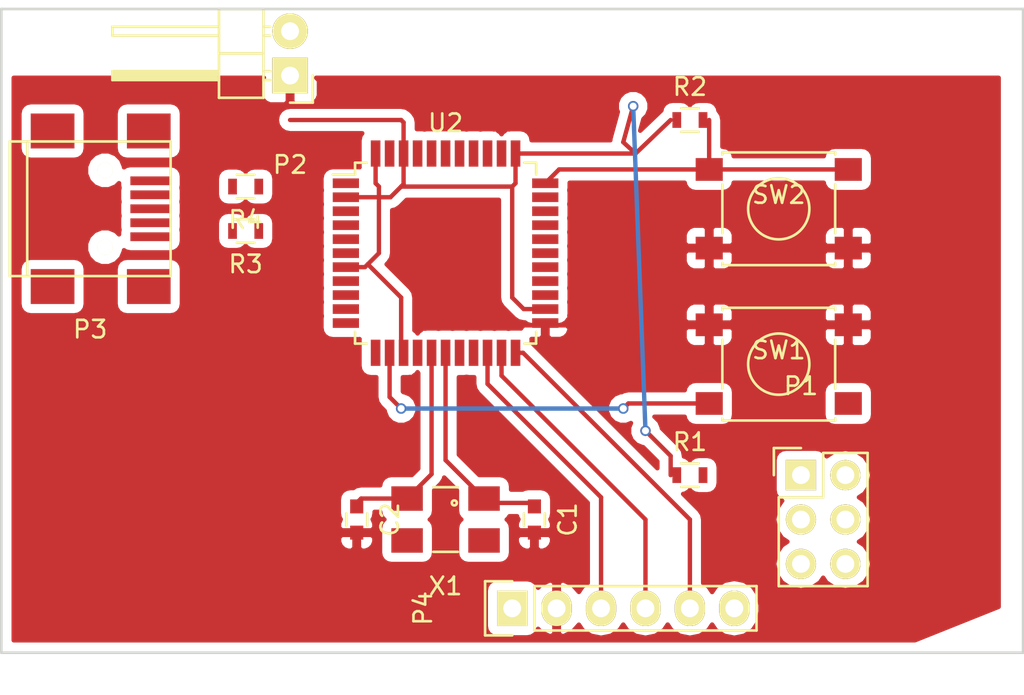
<source format=kicad_pcb>
(kicad_pcb (version 4) (host pcbnew 4.0.2+dfsg1-stable)

  (general
    (links 42)
    (no_connects 20)
    (area 125.654999 60.884999 184.225001 97.865001)
    (thickness 1.6)
    (drawings 4)
    (tracks 62)
    (zones 0)
    (modules 14)
    (nets 49)
  )

  (page A4)
  (layers
    (0 F.Cu signal)
    (31 B.Cu signal)
    (32 B.Adhes user)
    (33 F.Adhes user)
    (34 B.Paste user)
    (35 F.Paste user)
    (36 B.SilkS user)
    (37 F.SilkS user)
    (38 B.Mask user)
    (39 F.Mask user)
    (40 Dwgs.User user)
    (41 Cmts.User user)
    (42 Eco1.User user)
    (43 Eco2.User user)
    (44 Edge.Cuts user)
    (45 Margin user)
    (46 B.CrtYd user)
    (47 F.CrtYd user)
    (48 B.Fab user)
    (49 F.Fab user)
  )

  (setup
    (last_trace_width 0.25)
    (trace_clearance 0.2)
    (zone_clearance 0.508)
    (zone_45_only no)
    (trace_min 0.2)
    (segment_width 0.2)
    (edge_width 0.15)
    (via_size 0.6)
    (via_drill 0.4)
    (via_min_size 0.4)
    (via_min_drill 0.3)
    (uvia_size 0.3)
    (uvia_drill 0.1)
    (uvias_allowed no)
    (uvia_min_size 0.2)
    (uvia_min_drill 0.1)
    (pcb_text_width 0.3)
    (pcb_text_size 1.5 1.5)
    (mod_edge_width 0.15)
    (mod_text_size 1 1)
    (mod_text_width 0.15)
    (pad_size 1.524 1.524)
    (pad_drill 0.762)
    (pad_to_mask_clearance 0.2)
    (aux_axis_origin 0 0)
    (grid_origin 151.13 88.9)
    (visible_elements FFFFFF7F)
    (pcbplotparams
      (layerselection 0x00030_80000001)
      (usegerberextensions false)
      (excludeedgelayer true)
      (linewidth 0.100000)
      (plotframeref false)
      (viasonmask false)
      (mode 1)
      (useauxorigin false)
      (hpglpennumber 1)
      (hpglpenspeed 20)
      (hpglpendiameter 15)
      (hpglpenoverlay 2)
      (psnegative false)
      (psa4output false)
      (plotreference true)
      (plotvalue true)
      (plotinvisibletext false)
      (padsonsilk false)
      (subtractmaskfromsilk false)
      (outputformat 1)
      (mirror false)
      (drillshape 1)
      (scaleselection 1)
      (outputdirectory ""))
  )

  (net 0 "")
  (net 1 "Net-(C1-Pad1)")
  (net 2 GND)
  (net 3 "Net-(C2-Pad1)")
  (net 4 MISO)
  (net 5 "Net-(P1-Pad2)")
  (net 6 "Net-(P1-Pad3)")
  (net 7 "Net-(P1-Pad4)")
  (net 8 "Net-(P1-Pad5)")
  (net 9 "Net-(P1-Pad6)")
  (net 10 VCC)
  (net 11 "Net-(R1-Pad2)")
  (net 12 "Net-(R2-Pad2)")
  (net 13 "Net-(X1-Pad3)")
  (net 14 "Net-(U2-Pad1)")
  (net 15 "Net-(U2-Pad5)")
  (net 16 "Net-(U2-Pad6)")
  (net 17 "Net-(U2-Pad8)")
  (net 18 "Net-(U2-Pad9)")
  (net 19 "Net-(U2-Pad10)")
  (net 20 "Net-(U2-Pad11)")
  (net 21 "Net-(U2-Pad18)")
  (net 22 "Net-(U2-Pad19)")
  (net 23 "Net-(U2-Pad25)")
  (net 24 "Net-(U2-Pad26)")
  (net 25 "Net-(U2-Pad27)")
  (net 26 "Net-(U2-Pad28)")
  (net 27 "Net-(U2-Pad29)")
  (net 28 "Net-(U2-Pad30)")
  (net 29 "Net-(U2-Pad31)")
  (net 30 "Net-(U2-Pad32)")
  (net 31 "Net-(U2-Pad36)")
  (net 32 "Net-(U2-Pad37)")
  (net 33 "Net-(U2-Pad38)")
  (net 34 "Net-(U2-Pad39)")
  (net 35 "Net-(U2-Pad40)")
  (net 36 "Net-(U2-Pad41)")
  (net 37 "Net-(R3-Pad1)")
  (net 38 "Net-(P3-Pad3)")
  (net 39 "Net-(R4-Pad1)")
  (net 40 "Net-(P3-Pad2)")
  (net 41 "Net-(P3-Pad1)")
  (net 42 "Net-(P3-Pad4)")
  (net 43 "Net-(P3-Pad5)")
  (net 44 "Net-(P3-Pad6)")
  (net 45 usart_rts)
  (net 46 usart_rx)
  (net 47 usart_tx)
  (net 48 usart_cts)

  (net_class Default "This is the default net class."
    (clearance 0.2)
    (trace_width 0.25)
    (via_dia 0.6)
    (via_drill 0.4)
    (uvia_dia 0.3)
    (uvia_drill 0.1)
    (add_net GND)
    (add_net MISO)
    (add_net "Net-(C1-Pad1)")
    (add_net "Net-(C2-Pad1)")
    (add_net "Net-(P1-Pad2)")
    (add_net "Net-(P1-Pad3)")
    (add_net "Net-(P1-Pad4)")
    (add_net "Net-(P1-Pad5)")
    (add_net "Net-(P1-Pad6)")
    (add_net "Net-(P3-Pad1)")
    (add_net "Net-(P3-Pad2)")
    (add_net "Net-(P3-Pad3)")
    (add_net "Net-(P3-Pad4)")
    (add_net "Net-(P3-Pad5)")
    (add_net "Net-(P3-Pad6)")
    (add_net "Net-(R1-Pad2)")
    (add_net "Net-(R2-Pad2)")
    (add_net "Net-(R3-Pad1)")
    (add_net "Net-(R4-Pad1)")
    (add_net "Net-(U2-Pad1)")
    (add_net "Net-(U2-Pad10)")
    (add_net "Net-(U2-Pad11)")
    (add_net "Net-(U2-Pad18)")
    (add_net "Net-(U2-Pad19)")
    (add_net "Net-(U2-Pad25)")
    (add_net "Net-(U2-Pad26)")
    (add_net "Net-(U2-Pad27)")
    (add_net "Net-(U2-Pad28)")
    (add_net "Net-(U2-Pad29)")
    (add_net "Net-(U2-Pad30)")
    (add_net "Net-(U2-Pad31)")
    (add_net "Net-(U2-Pad32)")
    (add_net "Net-(U2-Pad36)")
    (add_net "Net-(U2-Pad37)")
    (add_net "Net-(U2-Pad38)")
    (add_net "Net-(U2-Pad39)")
    (add_net "Net-(U2-Pad40)")
    (add_net "Net-(U2-Pad41)")
    (add_net "Net-(U2-Pad5)")
    (add_net "Net-(U2-Pad6)")
    (add_net "Net-(U2-Pad8)")
    (add_net "Net-(U2-Pad9)")
    (add_net "Net-(X1-Pad3)")
    (add_net VCC)
    (add_net usart_cts)
    (add_net usart_rts)
    (add_net usart_rx)
    (add_net usart_tx)
  )

  (module Pin_Headers:Pin_Header_Straight_2x03 (layer F.Cu) (tedit 54EA0A4B) (tstamp 56FC9CA6)
    (at 171.45 87.63)
    (descr "Through hole pin header")
    (tags "pin header")
    (path /56FAF03D)
    (fp_text reference P1 (at 0 -5.1) (layer F.SilkS)
      (effects (font (size 1 1) (thickness 0.15)))
    )
    (fp_text value ICSP (at 0 -3.1) (layer F.Fab)
      (effects (font (size 1 1) (thickness 0.15)))
    )
    (fp_line (start -1.27 1.27) (end -1.27 6.35) (layer F.SilkS) (width 0.15))
    (fp_line (start -1.55 -1.55) (end 0 -1.55) (layer F.SilkS) (width 0.15))
    (fp_line (start -1.75 -1.75) (end -1.75 6.85) (layer F.CrtYd) (width 0.05))
    (fp_line (start 4.3 -1.75) (end 4.3 6.85) (layer F.CrtYd) (width 0.05))
    (fp_line (start -1.75 -1.75) (end 4.3 -1.75) (layer F.CrtYd) (width 0.05))
    (fp_line (start -1.75 6.85) (end 4.3 6.85) (layer F.CrtYd) (width 0.05))
    (fp_line (start 1.27 -1.27) (end 1.27 1.27) (layer F.SilkS) (width 0.15))
    (fp_line (start 1.27 1.27) (end -1.27 1.27) (layer F.SilkS) (width 0.15))
    (fp_line (start -1.27 6.35) (end 3.81 6.35) (layer F.SilkS) (width 0.15))
    (fp_line (start 3.81 6.35) (end 3.81 1.27) (layer F.SilkS) (width 0.15))
    (fp_line (start -1.55 -1.55) (end -1.55 0) (layer F.SilkS) (width 0.15))
    (fp_line (start 3.81 -1.27) (end 1.27 -1.27) (layer F.SilkS) (width 0.15))
    (fp_line (start 3.81 1.27) (end 3.81 -1.27) (layer F.SilkS) (width 0.15))
    (pad 1 thru_hole rect (at 0 0) (size 1.7272 1.7272) (drill 1.016) (layers *.Cu *.Mask F.SilkS)
      (net 4 MISO))
    (pad 2 thru_hole oval (at 2.54 0) (size 1.7272 1.7272) (drill 1.016) (layers *.Cu *.Mask F.SilkS)
      (net 5 "Net-(P1-Pad2)"))
    (pad 3 thru_hole oval (at 0 2.54) (size 1.7272 1.7272) (drill 1.016) (layers *.Cu *.Mask F.SilkS)
      (net 6 "Net-(P1-Pad3)"))
    (pad 4 thru_hole oval (at 2.54 2.54) (size 1.7272 1.7272) (drill 1.016) (layers *.Cu *.Mask F.SilkS)
      (net 7 "Net-(P1-Pad4)"))
    (pad 5 thru_hole oval (at 0 5.08) (size 1.7272 1.7272) (drill 1.016) (layers *.Cu *.Mask F.SilkS)
      (net 8 "Net-(P1-Pad5)"))
    (pad 6 thru_hole oval (at 2.54 5.08) (size 1.7272 1.7272) (drill 1.016) (layers *.Cu *.Mask F.SilkS)
      (net 9 "Net-(P1-Pad6)"))
    (model Pin_Headers.3dshapes/Pin_Header_Straight_2x03.wrl
      (at (xyz 0.05 -0.1 0))
      (scale (xyz 1 1 1))
      (rotate (xyz 0 0 90))
    )
  )

  (module Crystals:Crystal_SMD_0603_4Pads (layer F.Cu) (tedit 0) (tstamp 56FC9D17)
    (at 151.13 90.17 180)
    (descr "Crystal, Quarz, SMD, 0603, 4 Pads,")
    (tags "Crystal, Quarz, SMD, 0603, 4 Pads,")
    (path /56FAE99D)
    (attr smd)
    (fp_text reference X1 (at 0 -3.81 180) (layer F.SilkS)
      (effects (font (size 1 1) (thickness 0.15)))
    )
    (fp_text value CRYSTAL_SMD (at 0 3.81 180) (layer F.Fab)
      (effects (font (size 1 1) (thickness 0.15)))
    )
    (fp_circle (center 0 0) (end 0.50038 0) (layer F.Adhes) (width 0.381))
    (fp_circle (center 0 0) (end 0.14986 0) (layer F.Adhes) (width 0.381))
    (fp_circle (center -0.50038 0.94996) (end -0.39878 1.04902) (layer F.SilkS) (width 0.15))
    (fp_line (start 0.70104 1.84912) (end -0.70104 1.84912) (layer F.SilkS) (width 0.15))
    (fp_line (start -0.70104 -1.84912) (end 0.70104 -1.84912) (layer F.SilkS) (width 0.15))
    (pad 1 smd rect (at -2.19964 1.19888 180) (size 1.80086 1.39954) (layers F.Cu F.Paste F.Mask)
      (net 1 "Net-(C1-Pad1)"))
    (pad 2 smd rect (at 2.19964 1.19888 180) (size 1.80086 1.39954) (layers F.Cu F.Paste F.Mask)
      (net 3 "Net-(C2-Pad1)"))
    (pad 3 smd rect (at 2.19964 -1.19888 180) (size 1.80086 1.39954) (layers F.Cu F.Paste F.Mask)
      (net 13 "Net-(X1-Pad3)"))
    (pad 4 smd rect (at -2.19964 -1.19888 180) (size 1.80086 1.39954) (layers F.Cu F.Paste F.Mask))
  )

  (module Buttons_Switches_SMD:SW_SPST_PTS645 (layer F.Cu) (tedit 54EA6920) (tstamp 56FC9D0A)
    (at 170.18 72.39)
    (descr "C&K Components SPST SMD PTS645 Series 6mm Tact Switch")
    (tags "SPST Button Switch")
    (path /56FAE2EC)
    (fp_text reference SW2 (at 0 -0.8) (layer F.SilkS)
      (effects (font (size 1 1) (thickness 0.15)))
    )
    (fp_text value SW_PUSH (at 0.05 0.8) (layer F.Fab)
      (effects (font (size 1 1) (thickness 0.15)))
    )
    (fp_circle (center 0 0) (end 1.75 -0.05) (layer F.SilkS) (width 0.15))
    (fp_line (start 5.05 3.4) (end 5.05 -3.4) (layer F.CrtYd) (width 0.05))
    (fp_line (start -5.05 -3.4) (end -5.05 3.4) (layer F.CrtYd) (width 0.05))
    (fp_line (start -5.05 3.4) (end 5.05 3.4) (layer F.CrtYd) (width 0.05))
    (fp_line (start -5.05 -3.4) (end 5.05 -3.4) (layer F.CrtYd) (width 0.05))
    (fp_line (start 3.225 -3.225) (end 3.225 -3.1) (layer F.SilkS) (width 0.15))
    (fp_line (start 3.225 3.225) (end 3.225 3.1) (layer F.SilkS) (width 0.15))
    (fp_line (start -3.225 3.225) (end -3.225 3.1) (layer F.SilkS) (width 0.15))
    (fp_line (start -3.225 -3.1) (end -3.225 -3.225) (layer F.SilkS) (width 0.15))
    (fp_line (start 3.225 -1.4) (end 3.225 1.4) (layer F.SilkS) (width 0.15))
    (fp_line (start -3.225 -3.225) (end 3.225 -3.225) (layer F.SilkS) (width 0.15))
    (fp_line (start -3.225 -1.4) (end -3.225 1.4) (layer F.SilkS) (width 0.15))
    (fp_line (start -3.225 3.225) (end 3.225 3.225) (layer F.SilkS) (width 0.15))
    (pad 2 smd rect (at -3.975 2.25) (size 1.55 1.3) (layers F.Cu F.Paste F.Mask)
      (net 2 GND))
    (pad 1 smd rect (at -3.975 -2.25) (size 1.55 1.3) (layers F.Cu F.Paste F.Mask)
      (net 12 "Net-(R2-Pad2)"))
    (pad 1 smd rect (at 3.975 -2.25) (size 1.55 1.3) (layers F.Cu F.Paste F.Mask)
      (net 12 "Net-(R2-Pad2)"))
    (pad 2 smd rect (at 3.975 2.25) (size 1.55 1.3) (layers F.Cu F.Paste F.Mask)
      (net 2 GND))
  )

  (module Buttons_Switches_SMD:SW_SPST_PTS645 (layer F.Cu) (tedit 54EA6920) (tstamp 56FC9CE4)
    (at 170.18 81.28)
    (descr "C&K Components SPST SMD PTS645 Series 6mm Tact Switch")
    (tags "SPST Button Switch")
    (path /56FAF1DC)
    (fp_text reference SW1 (at 0 -0.8) (layer F.SilkS)
      (effects (font (size 1 1) (thickness 0.15)))
    )
    (fp_text value SW_PUSH (at 0.05 0.8) (layer F.Fab)
      (effects (font (size 1 1) (thickness 0.15)))
    )
    (fp_circle (center 0 0) (end 1.75 -0.05) (layer F.SilkS) (width 0.15))
    (fp_line (start 5.05 3.4) (end 5.05 -3.4) (layer F.CrtYd) (width 0.05))
    (fp_line (start -5.05 -3.4) (end -5.05 3.4) (layer F.CrtYd) (width 0.05))
    (fp_line (start -5.05 3.4) (end 5.05 3.4) (layer F.CrtYd) (width 0.05))
    (fp_line (start -5.05 -3.4) (end 5.05 -3.4) (layer F.CrtYd) (width 0.05))
    (fp_line (start 3.225 -3.225) (end 3.225 -3.1) (layer F.SilkS) (width 0.15))
    (fp_line (start 3.225 3.225) (end 3.225 3.1) (layer F.SilkS) (width 0.15))
    (fp_line (start -3.225 3.225) (end -3.225 3.1) (layer F.SilkS) (width 0.15))
    (fp_line (start -3.225 -3.1) (end -3.225 -3.225) (layer F.SilkS) (width 0.15))
    (fp_line (start 3.225 -1.4) (end 3.225 1.4) (layer F.SilkS) (width 0.15))
    (fp_line (start -3.225 -3.225) (end 3.225 -3.225) (layer F.SilkS) (width 0.15))
    (fp_line (start -3.225 -1.4) (end -3.225 1.4) (layer F.SilkS) (width 0.15))
    (fp_line (start -3.225 3.225) (end 3.225 3.225) (layer F.SilkS) (width 0.15))
    (pad 2 smd rect (at -3.975 2.25) (size 1.55 1.3) (layers F.Cu F.Paste F.Mask)
      (net 11 "Net-(R1-Pad2)"))
    (pad 1 smd rect (at -3.975 -2.25) (size 1.55 1.3) (layers F.Cu F.Paste F.Mask)
      (net 2 GND))
    (pad 1 smd rect (at 3.975 -2.25) (size 1.55 1.3) (layers F.Cu F.Paste F.Mask)
      (net 2 GND))
    (pad 2 smd rect (at 3.975 2.25) (size 1.55 1.3) (layers F.Cu F.Paste F.Mask)
      (net 11 "Net-(R1-Pad2)"))
  )

  (module Housings_QFP:TQFP-44_10x10mm_Pitch0.8mm (layer F.Cu) (tedit 54130A77) (tstamp 57090A0F)
    (at 151.13 74.93)
    (descr "44-Lead Plastic Thin Quad Flatpack (PT) - 10x10x1.0 mm Body [TQFP] (see Microchip Packaging Specification 00000049BS.pdf)")
    (tags "QFP 0.8")
    (path /57090823)
    (attr smd)
    (fp_text reference U2 (at 0 -7.45) (layer F.SilkS)
      (effects (font (size 1 1) (thickness 0.15)))
    )
    (fp_text value ATmega32U4-AU (at 0 7.45) (layer F.Fab)
      (effects (font (size 1 1) (thickness 0.15)))
    )
    (fp_line (start -6.7 -6.7) (end -6.7 6.7) (layer F.CrtYd) (width 0.05))
    (fp_line (start 6.7 -6.7) (end 6.7 6.7) (layer F.CrtYd) (width 0.05))
    (fp_line (start -6.7 -6.7) (end 6.7 -6.7) (layer F.CrtYd) (width 0.05))
    (fp_line (start -6.7 6.7) (end 6.7 6.7) (layer F.CrtYd) (width 0.05))
    (fp_line (start -5.175 -5.175) (end -5.175 -4.5) (layer F.SilkS) (width 0.15))
    (fp_line (start 5.175 -5.175) (end 5.175 -4.5) (layer F.SilkS) (width 0.15))
    (fp_line (start 5.175 5.175) (end 5.175 4.5) (layer F.SilkS) (width 0.15))
    (fp_line (start -5.175 5.175) (end -5.175 4.5) (layer F.SilkS) (width 0.15))
    (fp_line (start -5.175 -5.175) (end -4.5 -5.175) (layer F.SilkS) (width 0.15))
    (fp_line (start -5.175 5.175) (end -4.5 5.175) (layer F.SilkS) (width 0.15))
    (fp_line (start 5.175 5.175) (end 4.5 5.175) (layer F.SilkS) (width 0.15))
    (fp_line (start 5.175 -5.175) (end 4.5 -5.175) (layer F.SilkS) (width 0.15))
    (fp_line (start -5.175 -4.5) (end -6.45 -4.5) (layer F.SilkS) (width 0.15))
    (pad 1 smd rect (at -5.7 -4) (size 1.5 0.55) (layers F.Cu F.Paste F.Mask)
      (net 14 "Net-(U2-Pad1)"))
    (pad 2 smd rect (at -5.7 -3.2) (size 1.5 0.55) (layers F.Cu F.Paste F.Mask)
      (net 10 VCC))
    (pad 3 smd rect (at -5.7 -2.4) (size 1.5 0.55) (layers F.Cu F.Paste F.Mask)
      (net 39 "Net-(R4-Pad1)"))
    (pad 4 smd rect (at -5.7 -1.6) (size 1.5 0.55) (layers F.Cu F.Paste F.Mask)
      (net 37 "Net-(R3-Pad1)"))
    (pad 5 smd rect (at -5.7 -0.8) (size 1.5 0.55) (layers F.Cu F.Paste F.Mask)
      (net 15 "Net-(U2-Pad5)"))
    (pad 6 smd rect (at -5.7 0) (size 1.5 0.55) (layers F.Cu F.Paste F.Mask)
      (net 16 "Net-(U2-Pad6)"))
    (pad 7 smd rect (at -5.7 0.8) (size 1.5 0.55) (layers F.Cu F.Paste F.Mask)
      (net 10 VCC))
    (pad 8 smd rect (at -5.7 1.6) (size 1.5 0.55) (layers F.Cu F.Paste F.Mask)
      (net 17 "Net-(U2-Pad8)"))
    (pad 9 smd rect (at -5.7 2.4) (size 1.5 0.55) (layers F.Cu F.Paste F.Mask)
      (net 18 "Net-(U2-Pad9)"))
    (pad 10 smd rect (at -5.7 3.2) (size 1.5 0.55) (layers F.Cu F.Paste F.Mask)
      (net 19 "Net-(U2-Pad10)"))
    (pad 11 smd rect (at -5.7 4) (size 1.5 0.55) (layers F.Cu F.Paste F.Mask)
      (net 20 "Net-(U2-Pad11)"))
    (pad 12 smd rect (at -4 5.7 90) (size 1.5 0.55) (layers F.Cu F.Paste F.Mask)
      (net 45 usart_rts))
    (pad 13 smd rect (at -3.2 5.7 90) (size 1.5 0.55) (layers F.Cu F.Paste F.Mask)
      (net 11 "Net-(R1-Pad2)"))
    (pad 14 smd rect (at -2.4 5.7 90) (size 1.5 0.55) (layers F.Cu F.Paste F.Mask)
      (net 10 VCC))
    (pad 15 smd rect (at -1.6 5.7 90) (size 1.5 0.55) (layers F.Cu F.Paste F.Mask)
      (net 2 GND))
    (pad 16 smd rect (at -0.8 5.7 90) (size 1.5 0.55) (layers F.Cu F.Paste F.Mask)
      (net 3 "Net-(C2-Pad1)"))
    (pad 17 smd rect (at 0 5.7 90) (size 1.5 0.55) (layers F.Cu F.Paste F.Mask)
      (net 1 "Net-(C1-Pad1)"))
    (pad 18 smd rect (at 0.8 5.7 90) (size 1.5 0.55) (layers F.Cu F.Paste F.Mask)
      (net 21 "Net-(U2-Pad18)"))
    (pad 19 smd rect (at 1.6 5.7 90) (size 1.5 0.55) (layers F.Cu F.Paste F.Mask)
      (net 22 "Net-(U2-Pad19)"))
    (pad 20 smd rect (at 2.4 5.7 90) (size 1.5 0.55) (layers F.Cu F.Paste F.Mask)
      (net 46 usart_rx))
    (pad 21 smd rect (at 3.2 5.7 90) (size 1.5 0.55) (layers F.Cu F.Paste F.Mask)
      (net 47 usart_tx))
    (pad 22 smd rect (at 4 5.7 90) (size 1.5 0.55) (layers F.Cu F.Paste F.Mask)
      (net 48 usart_cts))
    (pad 23 smd rect (at 5.7 4) (size 1.5 0.55) (layers F.Cu F.Paste F.Mask)
      (net 2 GND))
    (pad 24 smd rect (at 5.7 3.2) (size 1.5 0.55) (layers F.Cu F.Paste F.Mask)
      (net 10 VCC))
    (pad 25 smd rect (at 5.7 2.4) (size 1.5 0.55) (layers F.Cu F.Paste F.Mask)
      (net 23 "Net-(U2-Pad25)"))
    (pad 26 smd rect (at 5.7 1.6) (size 1.5 0.55) (layers F.Cu F.Paste F.Mask)
      (net 24 "Net-(U2-Pad26)"))
    (pad 27 smd rect (at 5.7 0.8) (size 1.5 0.55) (layers F.Cu F.Paste F.Mask)
      (net 25 "Net-(U2-Pad27)"))
    (pad 28 smd rect (at 5.7 0) (size 1.5 0.55) (layers F.Cu F.Paste F.Mask)
      (net 26 "Net-(U2-Pad28)"))
    (pad 29 smd rect (at 5.7 -0.8) (size 1.5 0.55) (layers F.Cu F.Paste F.Mask)
      (net 27 "Net-(U2-Pad29)"))
    (pad 30 smd rect (at 5.7 -1.6) (size 1.5 0.55) (layers F.Cu F.Paste F.Mask)
      (net 28 "Net-(U2-Pad30)"))
    (pad 31 smd rect (at 5.7 -2.4) (size 1.5 0.55) (layers F.Cu F.Paste F.Mask)
      (net 29 "Net-(U2-Pad31)"))
    (pad 32 smd rect (at 5.7 -3.2) (size 1.5 0.55) (layers F.Cu F.Paste F.Mask)
      (net 30 "Net-(U2-Pad32)"))
    (pad 33 smd rect (at 5.7 -4) (size 1.5 0.55) (layers F.Cu F.Paste F.Mask)
      (net 12 "Net-(R2-Pad2)"))
    (pad 34 smd rect (at 4 -5.7 90) (size 1.5 0.55) (layers F.Cu F.Paste F.Mask)
      (net 10 VCC))
    (pad 35 smd rect (at 3.2 -5.7 90) (size 1.5 0.55) (layers F.Cu F.Paste F.Mask)
      (net 2 GND))
    (pad 36 smd rect (at 2.4 -5.7 90) (size 1.5 0.55) (layers F.Cu F.Paste F.Mask)
      (net 31 "Net-(U2-Pad36)"))
    (pad 37 smd rect (at 1.6 -5.7 90) (size 1.5 0.55) (layers F.Cu F.Paste F.Mask)
      (net 32 "Net-(U2-Pad37)"))
    (pad 38 smd rect (at 0.8 -5.7 90) (size 1.5 0.55) (layers F.Cu F.Paste F.Mask)
      (net 33 "Net-(U2-Pad38)"))
    (pad 39 smd rect (at 0 -5.7 90) (size 1.5 0.55) (layers F.Cu F.Paste F.Mask)
      (net 34 "Net-(U2-Pad39)"))
    (pad 40 smd rect (at -0.8 -5.7 90) (size 1.5 0.55) (layers F.Cu F.Paste F.Mask)
      (net 35 "Net-(U2-Pad40)"))
    (pad 41 smd rect (at -1.6 -5.7 90) (size 1.5 0.55) (layers F.Cu F.Paste F.Mask)
      (net 36 "Net-(U2-Pad41)"))
    (pad 42 smd rect (at -2.4 -5.7 90) (size 1.5 0.55) (layers F.Cu F.Paste F.Mask)
      (net 10 VCC))
    (pad 43 smd rect (at -3.2 -5.7 90) (size 1.5 0.55) (layers F.Cu F.Paste F.Mask)
      (net 2 GND))
    (pad 44 smd rect (at -4 -5.7 90) (size 1.5 0.55) (layers F.Cu F.Paste F.Mask)
      (net 10 VCC))
    (model Housings_QFP.3dshapes/TQFP-44_10x10mm_Pitch0.8mm.wrl
      (at (xyz 0 0 0))
      (scale (xyz 1 1 1))
      (rotate (xyz 0 0 0))
    )
  )

  (module Pin_Headers:Pin_Header_Angled_1x02 (layer F.Cu) (tedit 0) (tstamp 5709310A)
    (at 142.24 64.77 180)
    (descr "Through hole pin header")
    (tags "pin header")
    (path /57093081)
    (fp_text reference P2 (at 0 -5.1 180) (layer F.SilkS)
      (effects (font (size 1 1) (thickness 0.15)))
    )
    (fp_text value CONN_01X02 (at 0 -3.1 180) (layer F.Fab)
      (effects (font (size 1 1) (thickness 0.15)))
    )
    (fp_line (start -1.5 -1.75) (end -1.5 4.3) (layer F.CrtYd) (width 0.05))
    (fp_line (start 10.65 -1.75) (end 10.65 4.3) (layer F.CrtYd) (width 0.05))
    (fp_line (start -1.5 -1.75) (end 10.65 -1.75) (layer F.CrtYd) (width 0.05))
    (fp_line (start -1.5 4.3) (end 10.65 4.3) (layer F.CrtYd) (width 0.05))
    (fp_line (start -1.3 -1.55) (end -1.3 0) (layer F.SilkS) (width 0.15))
    (fp_line (start 0 -1.55) (end -1.3 -1.55) (layer F.SilkS) (width 0.15))
    (fp_line (start 4.191 -0.127) (end 10.033 -0.127) (layer F.SilkS) (width 0.15))
    (fp_line (start 10.033 -0.127) (end 10.033 0.127) (layer F.SilkS) (width 0.15))
    (fp_line (start 10.033 0.127) (end 4.191 0.127) (layer F.SilkS) (width 0.15))
    (fp_line (start 4.191 0.127) (end 4.191 0) (layer F.SilkS) (width 0.15))
    (fp_line (start 4.191 0) (end 10.033 0) (layer F.SilkS) (width 0.15))
    (fp_line (start 1.524 -0.254) (end 1.143 -0.254) (layer F.SilkS) (width 0.15))
    (fp_line (start 1.524 0.254) (end 1.143 0.254) (layer F.SilkS) (width 0.15))
    (fp_line (start 1.524 2.286) (end 1.143 2.286) (layer F.SilkS) (width 0.15))
    (fp_line (start 1.524 2.794) (end 1.143 2.794) (layer F.SilkS) (width 0.15))
    (fp_line (start 1.524 -1.27) (end 4.064 -1.27) (layer F.SilkS) (width 0.15))
    (fp_line (start 1.524 1.27) (end 4.064 1.27) (layer F.SilkS) (width 0.15))
    (fp_line (start 1.524 1.27) (end 1.524 3.81) (layer F.SilkS) (width 0.15))
    (fp_line (start 1.524 3.81) (end 4.064 3.81) (layer F.SilkS) (width 0.15))
    (fp_line (start 4.064 2.286) (end 10.16 2.286) (layer F.SilkS) (width 0.15))
    (fp_line (start 10.16 2.286) (end 10.16 2.794) (layer F.SilkS) (width 0.15))
    (fp_line (start 10.16 2.794) (end 4.064 2.794) (layer F.SilkS) (width 0.15))
    (fp_line (start 4.064 3.81) (end 4.064 1.27) (layer F.SilkS) (width 0.15))
    (fp_line (start 4.064 1.27) (end 4.064 -1.27) (layer F.SilkS) (width 0.15))
    (fp_line (start 10.16 0.254) (end 4.064 0.254) (layer F.SilkS) (width 0.15))
    (fp_line (start 10.16 -0.254) (end 10.16 0.254) (layer F.SilkS) (width 0.15))
    (fp_line (start 4.064 -0.254) (end 10.16 -0.254) (layer F.SilkS) (width 0.15))
    (fp_line (start 1.524 1.27) (end 4.064 1.27) (layer F.SilkS) (width 0.15))
    (fp_line (start 1.524 -1.27) (end 1.524 1.27) (layer F.SilkS) (width 0.15))
    (pad 1 thru_hole rect (at 0 0 180) (size 2.032 2.032) (drill 1.016) (layers *.Cu *.Mask F.SilkS)
      (net 2 GND))
    (pad 2 thru_hole oval (at 0 2.54 180) (size 2.032 2.032) (drill 1.016) (layers *.Cu *.Mask F.SilkS)
      (net 10 VCC))
    (model Pin_Headers.3dshapes/Pin_Header_Angled_1x02.wrl
      (at (xyz 0 -0.05 0))
      (scale (xyz 1 1 1))
      (rotate (xyz 0 0 90))
    )
  )

  (module Connect:USB_Mini-B (layer F.Cu) (tedit 5543E571) (tstamp 57094683)
    (at 130.81 72.39)
    (descr "USB Mini-B 5-pin SMD connector")
    (tags "USB USB_B USB_Mini connector")
    (path /57094558)
    (attr smd)
    (fp_text reference P3 (at 0 6.90118) (layer F.SilkS)
      (effects (font (size 1 1) (thickness 0.15)))
    )
    (fp_text value USB_OTG (at 0 -7.0993) (layer F.Fab)
      (effects (font (size 1 1) (thickness 0.15)))
    )
    (fp_line (start -4.85 -5.7) (end 4.85 -5.7) (layer F.CrtYd) (width 0.05))
    (fp_line (start 4.85 -5.7) (end 4.85 5.7) (layer F.CrtYd) (width 0.05))
    (fp_line (start 4.85 5.7) (end -4.85 5.7) (layer F.CrtYd) (width 0.05))
    (fp_line (start -4.85 5.7) (end -4.85 -5.7) (layer F.CrtYd) (width 0.05))
    (fp_line (start -3.59918 -3.85064) (end -3.59918 3.85064) (layer F.SilkS) (width 0.15))
    (fp_line (start -4.59994 -3.85064) (end -4.59994 3.85064) (layer F.SilkS) (width 0.15))
    (fp_line (start -4.59994 3.85064) (end 4.59994 3.85064) (layer F.SilkS) (width 0.15))
    (fp_line (start 4.59994 3.85064) (end 4.59994 -3.85064) (layer F.SilkS) (width 0.15))
    (fp_line (start 4.59994 -3.85064) (end -4.59994 -3.85064) (layer F.SilkS) (width 0.15))
    (pad 1 smd rect (at 3.44932 -1.6002) (size 2.30124 0.50038) (layers F.Cu F.Paste F.Mask)
      (net 41 "Net-(P3-Pad1)"))
    (pad 2 smd rect (at 3.44932 -0.8001) (size 2.30124 0.50038) (layers F.Cu F.Paste F.Mask)
      (net 40 "Net-(P3-Pad2)"))
    (pad 3 smd rect (at 3.44932 0) (size 2.30124 0.50038) (layers F.Cu F.Paste F.Mask)
      (net 38 "Net-(P3-Pad3)"))
    (pad 4 smd rect (at 3.44932 0.8001) (size 2.30124 0.50038) (layers F.Cu F.Paste F.Mask)
      (net 42 "Net-(P3-Pad4)"))
    (pad 5 smd rect (at 3.44932 1.6002) (size 2.30124 0.50038) (layers F.Cu F.Paste F.Mask)
      (net 43 "Net-(P3-Pad5)"))
    (pad 6 smd rect (at 3.35026 -4.45008) (size 2.49936 1.99898) (layers F.Cu F.Paste F.Mask)
      (net 44 "Net-(P3-Pad6)"))
    (pad 6 smd rect (at -2.14884 -4.45008) (size 2.49936 1.99898) (layers F.Cu F.Paste F.Mask)
      (net 44 "Net-(P3-Pad6)"))
    (pad 6 smd rect (at 3.35026 4.45008) (size 2.49936 1.99898) (layers F.Cu F.Paste F.Mask)
      (net 44 "Net-(P3-Pad6)"))
    (pad 6 smd rect (at -2.14884 4.45008) (size 2.49936 1.99898) (layers F.Cu F.Paste F.Mask)
      (net 44 "Net-(P3-Pad6)"))
    (pad "" np_thru_hole circle (at 0.8509 -2.19964) (size 0.89916 0.89916) (drill 0.89916) (layers *.Cu *.Mask F.SilkS))
    (pad "" np_thru_hole circle (at 0.8509 2.19964) (size 0.89916 0.89916) (drill 0.89916) (layers *.Cu *.Mask F.SilkS))
  )

  (module Capacitors_SMD:C_0603 (layer F.Cu) (tedit 5415D631) (tstamp 56FC9C8F)
    (at 146.05 90.17 270)
    (descr "Capacitor SMD 0603, reflow soldering, AVX (see smccp.pdf)")
    (tags "capacitor 0603")
    (path /56FAEB31)
    (attr smd)
    (fp_text reference C2 (at 0 -1.9 270) (layer F.SilkS)
      (effects (font (size 1 1) (thickness 0.15)))
    )
    (fp_text value C (at 0 1.9 270) (layer F.Fab)
      (effects (font (size 1 1) (thickness 0.15)))
    )
    (fp_line (start -1.45 -0.75) (end 1.45 -0.75) (layer F.CrtYd) (width 0.05))
    (fp_line (start -1.45 0.75) (end 1.45 0.75) (layer F.CrtYd) (width 0.05))
    (fp_line (start -1.45 -0.75) (end -1.45 0.75) (layer F.CrtYd) (width 0.05))
    (fp_line (start 1.45 -0.75) (end 1.45 0.75) (layer F.CrtYd) (width 0.05))
    (fp_line (start -0.35 -0.6) (end 0.35 -0.6) (layer F.SilkS) (width 0.15))
    (fp_line (start 0.35 0.6) (end -0.35 0.6) (layer F.SilkS) (width 0.15))
    (pad 1 smd rect (at -0.75 0 270) (size 0.8 0.75) (layers F.Cu F.Paste F.Mask)
      (net 3 "Net-(C2-Pad1)"))
    (pad 2 smd rect (at 0.75 0 270) (size 0.8 0.75) (layers F.Cu F.Paste F.Mask)
      (net 2 GND))
    (model Capacitors_SMD.3dshapes/C_0603.wrl
      (at (xyz 0 0 0))
      (scale (xyz 1 1 1))
      (rotate (xyz 0 0 0))
    )
  )

  (module Capacitors_SMD:C_0603 (layer F.Cu) (tedit 5415D631) (tstamp 56FC9C83)
    (at 156.21 90.17 270)
    (descr "Capacitor SMD 0603, reflow soldering, AVX (see smccp.pdf)")
    (tags "capacitor 0603")
    (path /56FAEAA7)
    (attr smd)
    (fp_text reference C1 (at 0 -1.9 270) (layer F.SilkS)
      (effects (font (size 1 1) (thickness 0.15)))
    )
    (fp_text value C (at 0 1.9 270) (layer F.Fab)
      (effects (font (size 1 1) (thickness 0.15)))
    )
    (fp_line (start -1.45 -0.75) (end 1.45 -0.75) (layer F.CrtYd) (width 0.05))
    (fp_line (start -1.45 0.75) (end 1.45 0.75) (layer F.CrtYd) (width 0.05))
    (fp_line (start -1.45 -0.75) (end -1.45 0.75) (layer F.CrtYd) (width 0.05))
    (fp_line (start 1.45 -0.75) (end 1.45 0.75) (layer F.CrtYd) (width 0.05))
    (fp_line (start -0.35 -0.6) (end 0.35 -0.6) (layer F.SilkS) (width 0.15))
    (fp_line (start 0.35 0.6) (end -0.35 0.6) (layer F.SilkS) (width 0.15))
    (pad 1 smd rect (at -0.75 0 270) (size 0.8 0.75) (layers F.Cu F.Paste F.Mask)
      (net 1 "Net-(C1-Pad1)"))
    (pad 2 smd rect (at 0.75 0 270) (size 0.8 0.75) (layers F.Cu F.Paste F.Mask)
      (net 2 GND))
    (model Capacitors_SMD.3dshapes/C_0603.wrl
      (at (xyz 0 0 0))
      (scale (xyz 1 1 1))
      (rotate (xyz 0 0 0))
    )
  )

  (module Resistors_SMD:R_0603 (layer F.Cu) (tedit 5415CC62) (tstamp 57094626)
    (at 139.7 71.12 180)
    (descr "Resistor SMD 0603, reflow soldering, Vishay (see dcrcw.pdf)")
    (tags "resistor 0603")
    (path /5709497A)
    (attr smd)
    (fp_text reference R4 (at 0 -1.9 180) (layer F.SilkS)
      (effects (font (size 1 1) (thickness 0.15)))
    )
    (fp_text value R (at 0 1.9 180) (layer F.Fab)
      (effects (font (size 1 1) (thickness 0.15)))
    )
    (fp_line (start -1.3 -0.8) (end 1.3 -0.8) (layer F.CrtYd) (width 0.05))
    (fp_line (start -1.3 0.8) (end 1.3 0.8) (layer F.CrtYd) (width 0.05))
    (fp_line (start -1.3 -0.8) (end -1.3 0.8) (layer F.CrtYd) (width 0.05))
    (fp_line (start 1.3 -0.8) (end 1.3 0.8) (layer F.CrtYd) (width 0.05))
    (fp_line (start 0.5 0.675) (end -0.5 0.675) (layer F.SilkS) (width 0.15))
    (fp_line (start -0.5 -0.675) (end 0.5 -0.675) (layer F.SilkS) (width 0.15))
    (pad 1 smd rect (at -0.75 0 180) (size 0.5 0.9) (layers F.Cu F.Paste F.Mask)
      (net 39 "Net-(R4-Pad1)"))
    (pad 2 smd rect (at 0.75 0 180) (size 0.5 0.9) (layers F.Cu F.Paste F.Mask)
      (net 40 "Net-(P3-Pad2)"))
    (model Resistors_SMD.3dshapes/R_0603.wrl
      (at (xyz 0 0 0))
      (scale (xyz 1 1 1))
      (rotate (xyz 0 0 0))
    )
  )

  (module Resistors_SMD:R_0603 (layer F.Cu) (tedit 5415CC62) (tstamp 57094620)
    (at 139.7 73.66 180)
    (descr "Resistor SMD 0603, reflow soldering, Vishay (see dcrcw.pdf)")
    (tags "resistor 0603")
    (path /57094910)
    (attr smd)
    (fp_text reference R3 (at 0 -1.9 180) (layer F.SilkS)
      (effects (font (size 1 1) (thickness 0.15)))
    )
    (fp_text value R (at 0 1.9 180) (layer F.Fab)
      (effects (font (size 1 1) (thickness 0.15)))
    )
    (fp_line (start -1.3 -0.8) (end 1.3 -0.8) (layer F.CrtYd) (width 0.05))
    (fp_line (start -1.3 0.8) (end 1.3 0.8) (layer F.CrtYd) (width 0.05))
    (fp_line (start -1.3 -0.8) (end -1.3 0.8) (layer F.CrtYd) (width 0.05))
    (fp_line (start 1.3 -0.8) (end 1.3 0.8) (layer F.CrtYd) (width 0.05))
    (fp_line (start 0.5 0.675) (end -0.5 0.675) (layer F.SilkS) (width 0.15))
    (fp_line (start -0.5 -0.675) (end 0.5 -0.675) (layer F.SilkS) (width 0.15))
    (pad 1 smd rect (at -0.75 0 180) (size 0.5 0.9) (layers F.Cu F.Paste F.Mask)
      (net 37 "Net-(R3-Pad1)"))
    (pad 2 smd rect (at 0.75 0 180) (size 0.5 0.9) (layers F.Cu F.Paste F.Mask)
      (net 38 "Net-(P3-Pad3)"))
    (model Resistors_SMD.3dshapes/R_0603.wrl
      (at (xyz 0 0 0))
      (scale (xyz 1 1 1))
      (rotate (xyz 0 0 0))
    )
  )

  (module Resistors_SMD:R_0603 (layer F.Cu) (tedit 5415CC62) (tstamp 56FC9CBE)
    (at 165.1 67.31)
    (descr "Resistor SMD 0603, reflow soldering, Vishay (see dcrcw.pdf)")
    (tags "resistor 0603")
    (path /56FAE381)
    (attr smd)
    (fp_text reference R2 (at 0 -1.9) (layer F.SilkS)
      (effects (font (size 1 1) (thickness 0.15)))
    )
    (fp_text value R (at 0 1.9) (layer F.Fab)
      (effects (font (size 1 1) (thickness 0.15)))
    )
    (fp_line (start -1.3 -0.8) (end 1.3 -0.8) (layer F.CrtYd) (width 0.05))
    (fp_line (start -1.3 0.8) (end 1.3 0.8) (layer F.CrtYd) (width 0.05))
    (fp_line (start -1.3 -0.8) (end -1.3 0.8) (layer F.CrtYd) (width 0.05))
    (fp_line (start 1.3 -0.8) (end 1.3 0.8) (layer F.CrtYd) (width 0.05))
    (fp_line (start 0.5 0.675) (end -0.5 0.675) (layer F.SilkS) (width 0.15))
    (fp_line (start -0.5 -0.675) (end 0.5 -0.675) (layer F.SilkS) (width 0.15))
    (pad 1 smd rect (at -0.75 0) (size 0.5 0.9) (layers F.Cu F.Paste F.Mask)
      (net 10 VCC))
    (pad 2 smd rect (at 0.75 0) (size 0.5 0.9) (layers F.Cu F.Paste F.Mask)
      (net 12 "Net-(R2-Pad2)"))
    (model Resistors_SMD.3dshapes/R_0603.wrl
      (at (xyz 0 0 0))
      (scale (xyz 1 1 1))
      (rotate (xyz 0 0 0))
    )
  )

  (module Resistors_SMD:R_0603 (layer F.Cu) (tedit 5415CC62) (tstamp 56FC9CB2)
    (at 165.1 87.63)
    (descr "Resistor SMD 0603, reflow soldering, Vishay (see dcrcw.pdf)")
    (tags "resistor 0603")
    (path /56FAF292)
    (attr smd)
    (fp_text reference R1 (at 0 -1.9) (layer F.SilkS)
      (effects (font (size 1 1) (thickness 0.15)))
    )
    (fp_text value R (at 0 1.9) (layer F.Fab)
      (effects (font (size 1 1) (thickness 0.15)))
    )
    (fp_line (start -1.3 -0.8) (end 1.3 -0.8) (layer F.CrtYd) (width 0.05))
    (fp_line (start -1.3 0.8) (end 1.3 0.8) (layer F.CrtYd) (width 0.05))
    (fp_line (start -1.3 -0.8) (end -1.3 0.8) (layer F.CrtYd) (width 0.05))
    (fp_line (start 1.3 -0.8) (end 1.3 0.8) (layer F.CrtYd) (width 0.05))
    (fp_line (start 0.5 0.675) (end -0.5 0.675) (layer F.SilkS) (width 0.15))
    (fp_line (start -0.5 -0.675) (end 0.5 -0.675) (layer F.SilkS) (width 0.15))
    (pad 1 smd rect (at -0.75 0) (size 0.5 0.9) (layers F.Cu F.Paste F.Mask)
      (net 10 VCC))
    (pad 2 smd rect (at 0.75 0) (size 0.5 0.9) (layers F.Cu F.Paste F.Mask)
      (net 11 "Net-(R1-Pad2)"))
    (model Resistors_SMD.3dshapes/R_0603.wrl
      (at (xyz 0 0 0))
      (scale (xyz 1 1 1))
      (rotate (xyz 0 0 0))
    )
  )

  (module Pin_Headers:Pin_Header_Straight_1x06 (layer F.Cu) (tedit 0) (tstamp 5709646C)
    (at 154.94 95.25 90)
    (descr "Through hole pin header")
    (tags "pin header")
    (path /57096811)
    (fp_text reference P4 (at 0 -5.1 90) (layer F.SilkS)
      (effects (font (size 1 1) (thickness 0.15)))
    )
    (fp_text value CONN_01X06 (at 0 -3.1 90) (layer F.Fab)
      (effects (font (size 1 1) (thickness 0.15)))
    )
    (fp_line (start -1.75 -1.75) (end -1.75 14.45) (layer F.CrtYd) (width 0.05))
    (fp_line (start 1.75 -1.75) (end 1.75 14.45) (layer F.CrtYd) (width 0.05))
    (fp_line (start -1.75 -1.75) (end 1.75 -1.75) (layer F.CrtYd) (width 0.05))
    (fp_line (start -1.75 14.45) (end 1.75 14.45) (layer F.CrtYd) (width 0.05))
    (fp_line (start 1.27 1.27) (end 1.27 13.97) (layer F.SilkS) (width 0.15))
    (fp_line (start 1.27 13.97) (end -1.27 13.97) (layer F.SilkS) (width 0.15))
    (fp_line (start -1.27 13.97) (end -1.27 1.27) (layer F.SilkS) (width 0.15))
    (fp_line (start 1.55 -1.55) (end 1.55 0) (layer F.SilkS) (width 0.15))
    (fp_line (start 1.27 1.27) (end -1.27 1.27) (layer F.SilkS) (width 0.15))
    (fp_line (start -1.55 0) (end -1.55 -1.55) (layer F.SilkS) (width 0.15))
    (fp_line (start -1.55 -1.55) (end 1.55 -1.55) (layer F.SilkS) (width 0.15))
    (pad 1 thru_hole rect (at 0 0 90) (size 2.032 1.7272) (drill 1.016) (layers *.Cu *.Mask F.SilkS)
      (net 10 VCC))
    (pad 2 thru_hole oval (at 0 2.54 90) (size 2.032 1.7272) (drill 1.016) (layers *.Cu *.Mask F.SilkS)
      (net 2 GND))
    (pad 3 thru_hole oval (at 0 5.08 90) (size 2.032 1.7272) (drill 1.016) (layers *.Cu *.Mask F.SilkS)
      (net 46 usart_rx))
    (pad 4 thru_hole oval (at 0 7.62 90) (size 2.032 1.7272) (drill 1.016) (layers *.Cu *.Mask F.SilkS)
      (net 47 usart_tx))
    (pad 5 thru_hole oval (at 0 10.16 90) (size 2.032 1.7272) (drill 1.016) (layers *.Cu *.Mask F.SilkS)
      (net 48 usart_cts))
    (pad 6 thru_hole oval (at 0 12.7 90) (size 2.032 1.7272) (drill 1.016) (layers *.Cu *.Mask F.SilkS)
      (net 45 usart_rts))
    (model Pin_Headers.3dshapes/Pin_Header_Straight_1x06.wrl
      (at (xyz 0 -0.25 0))
      (scale (xyz 1 1 1))
      (rotate (xyz 0 0 90))
    )
  )

  (gr_line (start 125.73 97.79) (end 125.73 60.96) (angle 90) (layer Edge.Cuts) (width 0.15))
  (gr_line (start 184.15 97.79) (end 125.73 97.79) (angle 90) (layer Edge.Cuts) (width 0.15))
  (gr_line (start 184.15 60.96) (end 184.15 97.79) (angle 90) (layer Edge.Cuts) (width 0.15))
  (gr_line (start 125.73 60.96) (end 184.15 60.96) (angle 90) (layer Edge.Cuts) (width 0.15))

  (segment (start 156.21 89.22) (end 153.57852 89.22) (width 0.25) (layer F.Cu) (net 1))
  (segment (start 153.57852 89.22) (end 153.32964 88.97112) (width 0.25) (layer F.Cu) (net 1) (tstamp 5709112D))
  (segment (start 151.13 80.63) (end 151.13 86.77148) (width 0.25) (layer F.Cu) (net 1))
  (segment (start 151.13 86.77148) (end 153.32964 88.97112) (width 0.25) (layer F.Cu) (net 1) (tstamp 57091101))
  (segment (start 148.93036 88.97112) (end 146.29888 88.97112) (width 0.25) (layer F.Cu) (net 3))
  (segment (start 146.29888 88.97112) (end 146.05 89.22) (width 0.25) (layer F.Cu) (net 3) (tstamp 57091127))
  (segment (start 150.33 80.63) (end 150.33 87.57148) (width 0.25) (layer F.Cu) (net 3))
  (segment (start 150.33 87.57148) (end 148.93036 88.97112) (width 0.25) (layer F.Cu) (net 3) (tstamp 5709110B))
  (segment (start 161.992669 69.23) (end 161.29 68.58) (width 0.25) (layer F.Cu) (net 10))
  (segment (start 161.29 68.58) (end 161.857331 66.52) (width 0.25) (layer F.Cu) (net 10) (tstamp 5709329A))
  (via (at 161.857331 66.52) (size 0.6) (drill 0.4) (layers F.Cu B.Cu) (net 10))
  (segment (start 161.857331 66.52) (end 162.56 85.09) (width 0.25) (layer B.Cu) (net 10) (tstamp 5709329E))
  (via (at 162.56 85.09) (size 0.6) (drill 0.4) (layers F.Cu B.Cu) (net 10))
  (segment (start 162.56 85.09) (end 164 86.53) (width 0.25) (layer F.Cu) (net 10) (tstamp 570932A9))
  (segment (start 164 86.53) (end 164 87.63) (width 0.25) (layer F.Cu) (net 10) (tstamp 570932AA))
  (segment (start 148.73 69.23) (end 148.73 67.45) (width 0.25) (layer F.Cu) (net 10))
  (segment (start 148.59 67.31) (end 142.24 67.31) (width 0.25) (layer F.Cu) (net 10) (tstamp 57093479))
  (segment (start 148.73 67.45) (end 148.59 67.31) (width 0.25) (layer F.Cu) (net 10) (tstamp 57093477))
  (segment (start 154.94 71.12) (end 154.94 77.47) (width 0.25) (layer F.Cu) (net 10))
  (segment (start 155.6 78.13) (end 156.83 78.13) (width 0.25) (layer F.Cu) (net 10) (tstamp 57093217))
  (segment (start 154.94 77.47) (end 155.6 78.13) (width 0.25) (layer F.Cu) (net 10) (tstamp 57093215))
  (segment (start 155.13 69.23) (end 161.992669 69.23) (width 0.25) (layer F.Cu) (net 10))
  (segment (start 161.992669 69.23) (end 164 67.31) (width 0.25) (layer F.Cu) (net 10) (tstamp 570931F1))
  (segment (start 155.13 69.23) (end 155.13 70.93) (width 0.25) (layer F.Cu) (net 10))
  (segment (start 154.94 71.12) (end 148.59 71.12) (width 0.25) (layer F.Cu) (net 10) (tstamp 570931DA))
  (segment (start 155.13 70.93) (end 154.94 71.12) (width 0.25) (layer F.Cu) (net 10) (tstamp 570931D7))
  (segment (start 146.685 75.565) (end 148.59 77.47) (width 0.25) (layer F.Cu) (net 10))
  (segment (start 148.59 77.47) (end 148.59 80.49) (width 0.25) (layer F.Cu) (net 10) (tstamp 5709317D))
  (segment (start 148.59 80.49) (end 148.73 80.63) (width 0.25) (layer F.Cu) (net 10) (tstamp 5709317E))
  (segment (start 147.32 71.73) (end 147.32 74.93) (width 0.25) (layer F.Cu) (net 10))
  (segment (start 146.52 75.73) (end 145.43 75.73) (width 0.25) (layer F.Cu) (net 10) (tstamp 57093174))
  (segment (start 147.32 74.93) (end 146.685 75.565) (width 0.25) (layer F.Cu) (net 10) (tstamp 57093171))
  (segment (start 146.685 75.565) (end 146.52 75.73) (width 0.25) (layer F.Cu) (net 10) (tstamp 5709317B))
  (segment (start 147.32 71.73) (end 147.32 71.12) (width 0.25) (layer F.Cu) (net 10))
  (segment (start 147.13 70.93) (end 147.32 71.12) (width 0.25) (layer F.Cu) (net 10) (tstamp 5709315B))
  (segment (start 147.13 70.93) (end 147.13 69.23) (width 0.25) (layer F.Cu) (net 10))
  (segment (start 148.73 69.23) (end 148.73 70.98) (width 0.25) (layer F.Cu) (net 10))
  (segment (start 147.98 71.73) (end 147.32 71.73) (width 0.25) (layer F.Cu) (net 10) (tstamp 57093158))
  (segment (start 147.32 71.73) (end 145.43 71.73) (width 0.25) (layer F.Cu) (net 10) (tstamp 57093169))
  (segment (start 148.73 70.98) (end 148.59 71.12) (width 0.25) (layer F.Cu) (net 10) (tstamp 57093154))
  (segment (start 148.59 71.12) (end 147.98 71.73) (width 0.25) (layer F.Cu) (net 10) (tstamp 570931DE))
  (segment (start 166.205 83.53) (end 161.58 83.53) (width 0.25) (layer F.Cu) (net 11))
  (segment (start 147.93 83.16) (end 147.93 80.63) (width 0.25) (layer F.Cu) (net 11) (tstamp 57093CD2))
  (segment (start 148.59 83.82) (end 147.93 83.16) (width 0.25) (layer F.Cu) (net 11) (tstamp 57093CD1))
  (via (at 148.59 83.82) (size 0.6) (drill 0.4) (layers F.Cu B.Cu) (net 11))
  (segment (start 161.29 83.82) (end 148.59 83.82) (width 0.25) (layer B.Cu) (net 11) (tstamp 57093CCD))
  (via (at 161.29 83.82) (size 0.6) (drill 0.4) (layers F.Cu B.Cu) (net 11))
  (segment (start 161.58 83.53) (end 161.29 83.82) (width 0.25) (layer F.Cu) (net 11) (tstamp 57093CC3))
  (segment (start 166.205 70.14) (end 157.62 70.14) (width 0.25) (layer F.Cu) (net 12))
  (segment (start 157.62 70.14) (end 156.83 70.93) (width 0.25) (layer F.Cu) (net 12) (tstamp 5709353F))
  (segment (start 174.155 70.14) (end 166.205 70.14) (width 0.25) (layer F.Cu) (net 12))
  (segment (start 166.2 67.31) (end 166.2 70.135) (width 0.25) (layer F.Cu) (net 12))
  (segment (start 166.2 70.135) (end 166.205 70.14) (width 0.25) (layer F.Cu) (net 12) (tstamp 570910EF))
  (segment (start 153.53 80.63) (end 153.53 82.41) (width 0.25) (layer F.Cu) (net 46))
  (segment (start 160.02 88.9) (end 160.02 95.25) (width 0.25) (layer F.Cu) (net 46) (tstamp 5709673A))
  (segment (start 153.53 82.41) (end 160.02 88.9) (width 0.25) (layer F.Cu) (net 46) (tstamp 57096739))
  (segment (start 154.33 80.63) (end 154.33 81.94) (width 0.25) (layer F.Cu) (net 47))
  (segment (start 162.56 90.17) (end 162.56 95.25) (width 0.25) (layer F.Cu) (net 47) (tstamp 57096735))
  (segment (start 154.33 81.94) (end 162.56 90.17) (width 0.25) (layer F.Cu) (net 47) (tstamp 57096733))
  (segment (start 155.13 80.63) (end 155.56 80.63) (width 0.25) (layer F.Cu) (net 48))
  (segment (start 165.1 90.17) (end 165.1 95.25) (width 0.25) (layer F.Cu) (net 48) (tstamp 5709672F))
  (segment (start 155.56 80.63) (end 165.1 90.17) (width 0.25) (layer F.Cu) (net 48) (tstamp 5709672E))

  (zone (net 2) (net_name GND) (layer F.Cu) (tstamp 5709116E) (hatch edge 0.508)
    (connect_pads (clearance 0.508))
    (min_thickness 0.254)
    (fill yes (arc_segments 16) (thermal_gap 0.508) (thermal_bridge_width 0.508))
    (polygon
      (pts
        (xy 176.53 97.79) (xy 125.73 97.79) (xy 125.73 64.77) (xy 182.88 64.77) (xy 182.88 95.25)
      )
    )
    (filled_polygon
      (pts
        (xy 140.589 64.897002) (xy 140.747748 64.897002) (xy 140.589 65.05575) (xy 140.589 65.91231) (xy 140.685673 66.145699)
        (xy 140.864302 66.324327) (xy 141.097691 66.421) (xy 141.95425 66.421) (xy 142.113 66.26225) (xy 142.113 64.897)
        (xy 142.367 64.897) (xy 142.367 66.26225) (xy 142.52575 66.421) (xy 143.382309 66.421) (xy 143.615698 66.324327)
        (xy 143.794327 66.145699) (xy 143.891 65.91231) (xy 143.891 65.05575) (xy 143.732252 64.897002) (xy 143.891 64.897002)
        (xy 143.891 64.897) (xy 182.753 64.897) (xy 182.753 95.164016) (xy 177.963041 97.08) (xy 126.44 97.08)
        (xy 126.44 94.234) (xy 153.42896 94.234) (xy 153.42896 96.266) (xy 153.473238 96.501317) (xy 153.61231 96.717441)
        (xy 153.82451 96.862431) (xy 154.0764 96.91344) (xy 155.8036 96.91344) (xy 156.038917 96.869162) (xy 156.255041 96.73009)
        (xy 156.400031 96.51789) (xy 156.419232 96.423073) (xy 156.577964 96.600732) (xy 157.105209 96.854709) (xy 157.120974 96.857358)
        (xy 157.353 96.736217) (xy 157.353 95.377) (xy 157.333 95.377) (xy 157.333 95.123) (xy 157.353 95.123)
        (xy 157.353 93.763783) (xy 157.120974 93.642642) (xy 157.105209 93.645291) (xy 156.577964 93.899268) (xy 156.421093 94.074845)
        (xy 156.406762 93.998683) (xy 156.26769 93.782559) (xy 156.05549 93.637569) (xy 155.8036 93.58656) (xy 154.0764 93.58656)
        (xy 153.841083 93.630838) (xy 153.624959 93.76991) (xy 153.479969 93.98211) (xy 153.42896 94.234) (xy 126.44 94.234)
        (xy 126.44 91.20575) (xy 145.04 91.20575) (xy 145.04 91.446309) (xy 145.136673 91.679698) (xy 145.315301 91.858327)
        (xy 145.54869 91.955) (xy 145.76425 91.955) (xy 145.923 91.79625) (xy 145.923 91.047) (xy 146.177 91.047)
        (xy 146.177 91.79625) (xy 146.33575 91.955) (xy 146.55131 91.955) (xy 146.784699 91.858327) (xy 146.963327 91.679698)
        (xy 147.06 91.446309) (xy 147.06 91.20575) (xy 146.90125 91.047) (xy 146.177 91.047) (xy 145.923 91.047)
        (xy 145.19875 91.047) (xy 145.04 91.20575) (xy 126.44 91.20575) (xy 126.44 75.84059) (xy 126.76404 75.84059)
        (xy 126.76404 77.83957) (xy 126.808318 78.074887) (xy 126.94739 78.291011) (xy 127.15959 78.436001) (xy 127.41148 78.48701)
        (xy 129.91084 78.48701) (xy 130.146157 78.442732) (xy 130.362281 78.30366) (xy 130.507271 78.09146) (xy 130.55828 77.83957)
        (xy 130.55828 75.84059) (xy 132.26314 75.84059) (xy 132.26314 77.83957) (xy 132.307418 78.074887) (xy 132.44649 78.291011)
        (xy 132.65869 78.436001) (xy 132.91058 78.48701) (xy 135.40994 78.48701) (xy 135.645257 78.442732) (xy 135.861381 78.30366)
        (xy 136.006371 78.09146) (xy 136.05738 77.83957) (xy 136.05738 75.84059) (xy 136.013102 75.605273) (xy 135.87403 75.389149)
        (xy 135.66183 75.244159) (xy 135.40994 75.19315) (xy 132.91058 75.19315) (xy 132.675263 75.237428) (xy 132.459139 75.3765)
        (xy 132.314149 75.5887) (xy 132.26314 75.84059) (xy 130.55828 75.84059) (xy 130.514002 75.605273) (xy 130.37493 75.389149)
        (xy 130.16273 75.244159) (xy 129.91084 75.19315) (xy 127.41148 75.19315) (xy 127.176163 75.237428) (xy 126.960039 75.3765)
        (xy 126.815049 75.5887) (xy 126.76404 75.84059) (xy 126.44 75.84059) (xy 126.44 70.40515) (xy 130.576132 70.40515)
        (xy 130.740902 70.803923) (xy 131.045733 71.109286) (xy 131.444217 71.274751) (xy 131.87569 71.275128) (xy 132.274463 71.110358)
        (xy 132.46126 70.923886) (xy 132.46126 71.03999) (xy 132.490493 71.195352) (xy 132.46126 71.33971) (xy 132.46126 71.84009)
        (xy 132.490493 71.995452) (xy 132.46126 72.13981) (xy 132.46126 72.64019) (xy 132.490493 72.795552) (xy 132.46126 72.93991)
        (xy 132.46126 73.44029) (xy 132.490493 73.595652) (xy 132.46126 73.74001) (xy 132.46126 73.85623) (xy 132.276067 73.670714)
        (xy 131.877583 73.505249) (xy 131.44611 73.504872) (xy 131.047337 73.669642) (xy 130.741974 73.974473) (xy 130.576509 74.372957)
        (xy 130.576132 74.80443) (xy 130.740902 75.203203) (xy 131.045733 75.508566) (xy 131.444217 75.674031) (xy 131.87569 75.674408)
        (xy 132.274463 75.509638) (xy 132.579826 75.204807) (xy 132.745291 74.806323) (xy 132.745331 74.760651) (xy 132.85681 74.836821)
        (xy 133.1087 74.88783) (xy 135.40994 74.88783) (xy 135.645257 74.843552) (xy 135.861381 74.70448) (xy 136.006371 74.49228)
        (xy 136.05738 74.24039) (xy 136.05738 73.74001) (xy 136.028147 73.584648) (xy 136.05738 73.44029) (xy 136.05738 73.21)
        (xy 138.05256 73.21) (xy 138.05256 74.11) (xy 138.096838 74.345317) (xy 138.23591 74.561441) (xy 138.44811 74.706431)
        (xy 138.7 74.75744) (xy 139.2 74.75744) (xy 139.435317 74.713162) (xy 139.651441 74.57409) (xy 139.699134 74.504289)
        (xy 139.73591 74.561441) (xy 139.94811 74.706431) (xy 140.2 74.75744) (xy 140.7 74.75744) (xy 140.935317 74.713162)
        (xy 141.151441 74.57409) (xy 141.296431 74.36189) (xy 141.34744 74.11) (xy 141.34744 73.21) (xy 141.303162 72.974683)
        (xy 141.16409 72.758559) (xy 140.95189 72.613569) (xy 140.7 72.56256) (xy 140.2 72.56256) (xy 139.964683 72.606838)
        (xy 139.748559 72.74591) (xy 139.700866 72.815711) (xy 139.66409 72.758559) (xy 139.45189 72.613569) (xy 139.2 72.56256)
        (xy 138.7 72.56256) (xy 138.464683 72.606838) (xy 138.248559 72.74591) (xy 138.103569 72.95811) (xy 138.05256 73.21)
        (xy 136.05738 73.21) (xy 136.05738 72.93991) (xy 136.028147 72.784548) (xy 136.05738 72.64019) (xy 136.05738 72.13981)
        (xy 136.028147 71.984448) (xy 136.05738 71.84009) (xy 136.05738 71.33971) (xy 136.028147 71.184348) (xy 136.05738 71.03999)
        (xy 136.05738 70.67) (xy 138.05256 70.67) (xy 138.05256 71.57) (xy 138.096838 71.805317) (xy 138.23591 72.021441)
        (xy 138.44811 72.166431) (xy 138.7 72.21744) (xy 139.2 72.21744) (xy 139.435317 72.173162) (xy 139.651441 72.03409)
        (xy 139.699134 71.964289) (xy 139.73591 72.021441) (xy 139.94811 72.166431) (xy 140.2 72.21744) (xy 140.7 72.21744)
        (xy 140.935317 72.173162) (xy 141.151441 72.03409) (xy 141.296431 71.82189) (xy 141.34744 71.57) (xy 141.34744 70.67)
        (xy 141.303162 70.434683) (xy 141.16409 70.218559) (xy 140.95189 70.073569) (xy 140.7 70.02256) (xy 140.2 70.02256)
        (xy 139.964683 70.066838) (xy 139.748559 70.20591) (xy 139.700866 70.275711) (xy 139.66409 70.218559) (xy 139.45189 70.073569)
        (xy 139.2 70.02256) (xy 138.7 70.02256) (xy 138.464683 70.066838) (xy 138.248559 70.20591) (xy 138.103569 70.41811)
        (xy 138.05256 70.67) (xy 136.05738 70.67) (xy 136.05738 70.53961) (xy 136.013102 70.304293) (xy 135.87403 70.088169)
        (xy 135.66183 69.943179) (xy 135.40994 69.89217) (xy 133.1087 69.89217) (xy 132.873383 69.936448) (xy 132.74563 70.018655)
        (xy 132.745668 69.97557) (xy 132.580898 69.576797) (xy 132.276067 69.271434) (xy 131.877583 69.105969) (xy 131.44611 69.105592)
        (xy 131.047337 69.270362) (xy 130.741974 69.575193) (xy 130.576509 69.973677) (xy 130.576132 70.40515) (xy 126.44 70.40515)
        (xy 126.44 66.94043) (xy 126.76404 66.94043) (xy 126.76404 68.93941) (xy 126.808318 69.174727) (xy 126.94739 69.390851)
        (xy 127.15959 69.535841) (xy 127.41148 69.58685) (xy 129.91084 69.58685) (xy 130.146157 69.542572) (xy 130.362281 69.4035)
        (xy 130.507271 69.1913) (xy 130.55828 68.93941) (xy 130.55828 66.94043) (xy 132.26314 66.94043) (xy 132.26314 68.93941)
        (xy 132.307418 69.174727) (xy 132.44649 69.390851) (xy 132.65869 69.535841) (xy 132.91058 69.58685) (xy 135.40994 69.58685)
        (xy 135.645257 69.542572) (xy 135.861381 69.4035) (xy 136.006371 69.1913) (xy 136.05738 68.93941) (xy 136.05738 67.31)
        (xy 141.48 67.31) (xy 141.537852 67.600839) (xy 141.702599 67.847401) (xy 141.949161 68.012148) (xy 142.24 68.07)
        (xy 146.366601 68.07) (xy 146.258569 68.22811) (xy 146.20756 68.48) (xy 146.20756 69.98) (xy 146.214043 70.014454)
        (xy 146.18 70.00756) (xy 144.68 70.00756) (xy 144.444683 70.051838) (xy 144.228559 70.19091) (xy 144.083569 70.40311)
        (xy 144.03256 70.655) (xy 144.03256 71.205) (xy 144.056944 71.334589) (xy 144.03256 71.455) (xy 144.03256 72.005)
        (xy 144.056944 72.134589) (xy 144.03256 72.255) (xy 144.03256 72.805) (xy 144.056944 72.934589) (xy 144.03256 73.055)
        (xy 144.03256 73.605) (xy 144.056944 73.734589) (xy 144.03256 73.855) (xy 144.03256 74.405) (xy 144.056944 74.534589)
        (xy 144.03256 74.655) (xy 144.03256 75.205) (xy 144.056944 75.334589) (xy 144.03256 75.455) (xy 144.03256 76.005)
        (xy 144.056944 76.134589) (xy 144.03256 76.255) (xy 144.03256 76.805) (xy 144.056944 76.934589) (xy 144.03256 77.055)
        (xy 144.03256 77.605) (xy 144.056944 77.734589) (xy 144.03256 77.855) (xy 144.03256 78.405) (xy 144.056944 78.534589)
        (xy 144.03256 78.655) (xy 144.03256 79.205) (xy 144.076838 79.440317) (xy 144.21591 79.656441) (xy 144.42811 79.801431)
        (xy 144.68 79.85244) (xy 146.18 79.85244) (xy 146.214454 79.845957) (xy 146.20756 79.88) (xy 146.20756 81.38)
        (xy 146.251838 81.615317) (xy 146.39091 81.831441) (xy 146.60311 81.976431) (xy 146.855 82.02744) (xy 147.17 82.02744)
        (xy 147.17 83.16) (xy 147.227852 83.450839) (xy 147.392599 83.697401) (xy 147.654878 83.95968) (xy 147.654838 84.005167)
        (xy 147.796883 84.348943) (xy 148.059673 84.612192) (xy 148.403201 84.754838) (xy 148.775167 84.755162) (xy 149.118943 84.613117)
        (xy 149.382192 84.350327) (xy 149.524838 84.006799) (xy 149.525162 83.634833) (xy 149.383117 83.291057) (xy 149.120327 83.027808)
        (xy 148.776799 82.885162) (xy 148.729923 82.885121) (xy 148.69 82.845198) (xy 148.69 82.02744) (xy 149.005 82.02744)
        (xy 149.110705 82.00755) (xy 149.12869 82.015) (xy 149.24425 82.015) (xy 149.340651 81.918599) (xy 149.456441 81.84409)
        (xy 149.529884 81.736603) (xy 149.57 81.798946) (xy 149.57 87.256678) (xy 149.202768 87.62391) (xy 148.02993 87.62391)
        (xy 147.794613 87.668188) (xy 147.578489 87.80726) (xy 147.433499 88.01946) (xy 147.394687 88.21112) (xy 146.29888 88.21112)
        (xy 146.056294 88.259374) (xy 146.00804 88.268972) (xy 145.85301 88.37256) (xy 145.675 88.37256) (xy 145.439683 88.416838)
        (xy 145.223559 88.55591) (xy 145.078569 88.76811) (xy 145.02756 89.02) (xy 145.02756 89.82) (xy 145.071838 90.055317)
        (xy 145.138329 90.158646) (xy 145.136673 90.160302) (xy 145.04 90.393691) (xy 145.04 90.63425) (xy 145.19875 90.793)
        (xy 145.923 90.793) (xy 145.923 90.773) (xy 146.177 90.773) (xy 146.177 90.793) (xy 146.90125 90.793)
        (xy 147.06 90.63425) (xy 147.06 90.393691) (xy 146.963327 90.160302) (xy 146.961957 90.158932) (xy 147.021431 90.07189)
        (xy 147.07244 89.82) (xy 147.07244 89.73112) (xy 147.393823 89.73112) (xy 147.426768 89.906207) (xy 147.56584 90.122331)
        (xy 147.634299 90.169107) (xy 147.578489 90.20502) (xy 147.433499 90.41722) (xy 147.38249 90.66911) (xy 147.38249 92.06865)
        (xy 147.426768 92.303967) (xy 147.56584 92.520091) (xy 147.77804 92.665081) (xy 148.02993 92.71609) (xy 149.83079 92.71609)
        (xy 150.066107 92.671812) (xy 150.282231 92.53274) (xy 150.427221 92.32054) (xy 150.47823 92.06865) (xy 150.47823 90.66911)
        (xy 150.433952 90.433793) (xy 150.29488 90.217669) (xy 150.226421 90.170893) (xy 150.282231 90.13498) (xy 150.427221 89.92278)
        (xy 150.47823 89.67089) (xy 150.47823 88.498052) (xy 150.867401 88.108881) (xy 151.032148 87.862319) (xy 151.051044 87.767326)
        (xy 151.78177 88.498052) (xy 151.78177 89.67089) (xy 151.826048 89.906207) (xy 151.96512 90.122331) (xy 152.033579 90.169107)
        (xy 151.977769 90.20502) (xy 151.832779 90.41722) (xy 151.78177 90.66911) (xy 151.78177 92.06865) (xy 151.826048 92.303967)
        (xy 151.96512 92.520091) (xy 152.17732 92.665081) (xy 152.42921 92.71609) (xy 154.23007 92.71609) (xy 154.465387 92.671812)
        (xy 154.681511 92.53274) (xy 154.826501 92.32054) (xy 154.87751 92.06865) (xy 154.87751 91.20575) (xy 155.2 91.20575)
        (xy 155.2 91.446309) (xy 155.296673 91.679698) (xy 155.475301 91.858327) (xy 155.70869 91.955) (xy 155.92425 91.955)
        (xy 156.083 91.79625) (xy 156.083 91.047) (xy 156.337 91.047) (xy 156.337 91.79625) (xy 156.49575 91.955)
        (xy 156.71131 91.955) (xy 156.944699 91.858327) (xy 157.123327 91.679698) (xy 157.22 91.446309) (xy 157.22 91.20575)
        (xy 157.06125 91.047) (xy 156.337 91.047) (xy 156.083 91.047) (xy 155.35875 91.047) (xy 155.2 91.20575)
        (xy 154.87751 91.20575) (xy 154.87751 90.66911) (xy 154.833232 90.433793) (xy 154.69416 90.217669) (xy 154.625701 90.170893)
        (xy 154.681511 90.13498) (xy 154.787404 89.98) (xy 155.217666 89.98) (xy 155.231838 90.055317) (xy 155.298329 90.158646)
        (xy 155.296673 90.160302) (xy 155.2 90.393691) (xy 155.2 90.63425) (xy 155.35875 90.793) (xy 156.083 90.793)
        (xy 156.083 90.773) (xy 156.337 90.773) (xy 156.337 90.793) (xy 157.06125 90.793) (xy 157.22 90.63425)
        (xy 157.22 90.393691) (xy 157.123327 90.160302) (xy 157.121957 90.158932) (xy 157.181431 90.07189) (xy 157.23244 89.82)
        (xy 157.23244 89.02) (xy 157.188162 88.784683) (xy 157.04909 88.568559) (xy 156.83689 88.423569) (xy 156.585 88.37256)
        (xy 155.835 88.37256) (xy 155.599683 88.416838) (xy 155.532607 88.46) (xy 154.87751 88.46) (xy 154.87751 88.27135)
        (xy 154.833232 88.036033) (xy 154.69416 87.819909) (xy 154.48196 87.674919) (xy 154.23007 87.62391) (xy 153.057232 87.62391)
        (xy 151.89 86.456678) (xy 151.89 82.02744) (xy 152.205 82.02744) (xy 152.334589 82.003056) (xy 152.455 82.02744)
        (xy 152.77 82.02744) (xy 152.77 82.41) (xy 152.827852 82.700839) (xy 152.992599 82.947401) (xy 159.26 89.214802)
        (xy 159.26 93.805352) (xy 158.96033 94.005585) (xy 158.753539 94.315069) (xy 158.382036 93.899268) (xy 157.854791 93.645291)
        (xy 157.839026 93.642642) (xy 157.607 93.763783) (xy 157.607 95.123) (xy 157.627 95.123) (xy 157.627 95.377)
        (xy 157.607 95.377) (xy 157.607 96.736217) (xy 157.839026 96.857358) (xy 157.854791 96.854709) (xy 158.382036 96.600732)
        (xy 158.753539 96.184931) (xy 158.96033 96.494415) (xy 159.446511 96.819271) (xy 160.02 96.933345) (xy 160.593489 96.819271)
        (xy 161.07967 96.494415) (xy 161.29 96.179634) (xy 161.50033 96.494415) (xy 161.986511 96.819271) (xy 162.56 96.933345)
        (xy 163.133489 96.819271) (xy 163.61967 96.494415) (xy 163.83 96.179634) (xy 164.04033 96.494415) (xy 164.526511 96.819271)
        (xy 165.1 96.933345) (xy 165.673489 96.819271) (xy 166.15967 96.494415) (xy 166.37 96.179634) (xy 166.58033 96.494415)
        (xy 167.066511 96.819271) (xy 167.64 96.933345) (xy 168.213489 96.819271) (xy 168.69967 96.494415) (xy 169.024526 96.008234)
        (xy 169.1386 95.434745) (xy 169.1386 95.065255) (xy 169.024526 94.491766) (xy 168.69967 94.005585) (xy 168.213489 93.680729)
        (xy 167.64 93.566655) (xy 167.066511 93.680729) (xy 166.58033 94.005585) (xy 166.37 94.320366) (xy 166.15967 94.005585)
        (xy 165.86 93.805352) (xy 165.86 90.17) (xy 169.922041 90.17) (xy 170.036115 90.743489) (xy 170.360971 91.22967)
        (xy 170.675752 91.44) (xy 170.360971 91.65033) (xy 170.036115 92.136511) (xy 169.922041 92.71) (xy 170.036115 93.283489)
        (xy 170.360971 93.76967) (xy 170.847152 94.094526) (xy 171.420641 94.2086) (xy 171.479359 94.2086) (xy 172.052848 94.094526)
        (xy 172.539029 93.76967) (xy 172.72 93.498828) (xy 172.900971 93.76967) (xy 173.387152 94.094526) (xy 173.960641 94.2086)
        (xy 174.019359 94.2086) (xy 174.592848 94.094526) (xy 175.079029 93.76967) (xy 175.403885 93.283489) (xy 175.517959 92.71)
        (xy 175.403885 92.136511) (xy 175.079029 91.65033) (xy 174.764248 91.44) (xy 175.079029 91.22967) (xy 175.403885 90.743489)
        (xy 175.517959 90.17) (xy 175.403885 89.596511) (xy 175.079029 89.11033) (xy 174.764248 88.9) (xy 175.079029 88.68967)
        (xy 175.403885 88.203489) (xy 175.517959 87.63) (xy 175.403885 87.056511) (xy 175.079029 86.57033) (xy 174.592848 86.245474)
        (xy 174.019359 86.1314) (xy 173.960641 86.1314) (xy 173.387152 86.245474) (xy 172.921558 86.556574) (xy 172.916762 86.531083)
        (xy 172.77769 86.314959) (xy 172.56549 86.169969) (xy 172.3136 86.11896) (xy 170.5864 86.11896) (xy 170.351083 86.163238)
        (xy 170.134959 86.30231) (xy 169.989969 86.51451) (xy 169.93896 86.7664) (xy 169.93896 88.4936) (xy 169.983238 88.728917)
        (xy 170.12231 88.945041) (xy 170.33451 89.090031) (xy 170.378131 89.098864) (xy 170.360971 89.11033) (xy 170.036115 89.596511)
        (xy 169.922041 90.17) (xy 165.86 90.17) (xy 165.850518 90.122331) (xy 165.802148 89.87916) (xy 165.637401 89.632599)
        (xy 164.7113 88.706498) (xy 164.835317 88.683162) (xy 165.051441 88.54409) (xy 165.099134 88.474289) (xy 165.13591 88.531441)
        (xy 165.34811 88.676431) (xy 165.6 88.72744) (xy 166.1 88.72744) (xy 166.335317 88.683162) (xy 166.551441 88.54409)
        (xy 166.696431 88.33189) (xy 166.74744 88.08) (xy 166.74744 87.18) (xy 166.703162 86.944683) (xy 166.56409 86.728559)
        (xy 166.35189 86.583569) (xy 166.1 86.53256) (xy 165.6 86.53256) (xy 165.364683 86.576838) (xy 165.148559 86.71591)
        (xy 165.100866 86.785711) (xy 165.06409 86.728559) (xy 164.85189 86.583569) (xy 164.76 86.564961) (xy 164.76 86.53)
        (xy 164.702148 86.239161) (xy 164.537401 85.992599) (xy 163.495122 84.95032) (xy 163.495162 84.904833) (xy 163.353117 84.561057)
        (xy 163.090327 84.297808) (xy 163.071523 84.29) (xy 164.803258 84.29) (xy 164.826838 84.415317) (xy 164.96591 84.631441)
        (xy 165.17811 84.776431) (xy 165.43 84.82744) (xy 166.98 84.82744) (xy 167.215317 84.783162) (xy 167.431441 84.64409)
        (xy 167.576431 84.43189) (xy 167.62744 84.18) (xy 167.62744 82.88) (xy 172.73256 82.88) (xy 172.73256 84.18)
        (xy 172.776838 84.415317) (xy 172.91591 84.631441) (xy 173.12811 84.776431) (xy 173.38 84.82744) (xy 174.93 84.82744)
        (xy 175.165317 84.783162) (xy 175.381441 84.64409) (xy 175.526431 84.43189) (xy 175.57744 84.18) (xy 175.57744 82.88)
        (xy 175.533162 82.644683) (xy 175.39409 82.428559) (xy 175.18189 82.283569) (xy 174.93 82.23256) (xy 173.38 82.23256)
        (xy 173.144683 82.276838) (xy 172.928559 82.41591) (xy 172.783569 82.62811) (xy 172.73256 82.88) (xy 167.62744 82.88)
        (xy 167.583162 82.644683) (xy 167.44409 82.428559) (xy 167.23189 82.283569) (xy 166.98 82.23256) (xy 165.43 82.23256)
        (xy 165.194683 82.276838) (xy 164.978559 82.41591) (xy 164.833569 82.62811) (xy 164.804836 82.77) (xy 161.58 82.77)
        (xy 161.289161 82.827852) (xy 161.203746 82.884924) (xy 161.104833 82.884838) (xy 160.761057 83.026883) (xy 160.497808 83.289673)
        (xy 160.355162 83.633201) (xy 160.354838 84.005167) (xy 160.496883 84.348943) (xy 160.759673 84.612192) (xy 161.103201 84.754838)
        (xy 161.475167 84.755162) (xy 161.73043 84.64969) (xy 161.625162 84.903201) (xy 161.624838 85.275167) (xy 161.766883 85.618943)
        (xy 162.029673 85.882192) (xy 162.373201 86.024838) (xy 162.420077 86.024879) (xy 163.24 86.844802) (xy 163.24 87.235198)
        (xy 156.097401 80.092599) (xy 156.05244 80.062557) (xy 156.05244 79.88) (xy 156.044913 79.84) (xy 156.54425 79.84)
        (xy 156.703 79.68125) (xy 156.703 79.057) (xy 156.957 79.057) (xy 156.957 79.68125) (xy 157.11575 79.84)
        (xy 157.706309 79.84) (xy 157.939698 79.743327) (xy 158.118327 79.564699) (xy 158.215 79.33131) (xy 158.215 79.31575)
        (xy 164.795 79.31575) (xy 164.795 79.80631) (xy 164.891673 80.039699) (xy 165.070302 80.218327) (xy 165.303691 80.315)
        (xy 165.91925 80.315) (xy 166.078 80.15625) (xy 166.078 79.157) (xy 166.332 79.157) (xy 166.332 80.15625)
        (xy 166.49075 80.315) (xy 167.106309 80.315) (xy 167.339698 80.218327) (xy 167.518327 80.039699) (xy 167.615 79.80631)
        (xy 167.615 79.31575) (xy 172.745 79.31575) (xy 172.745 79.80631) (xy 172.841673 80.039699) (xy 173.020302 80.218327)
        (xy 173.253691 80.315) (xy 173.86925 80.315) (xy 174.028 80.15625) (xy 174.028 79.157) (xy 174.282 79.157)
        (xy 174.282 80.15625) (xy 174.44075 80.315) (xy 175.056309 80.315) (xy 175.289698 80.218327) (xy 175.468327 80.039699)
        (xy 175.565 79.80631) (xy 175.565 79.31575) (xy 175.40625 79.157) (xy 174.282 79.157) (xy 174.028 79.157)
        (xy 172.90375 79.157) (xy 172.745 79.31575) (xy 167.615 79.31575) (xy 167.45625 79.157) (xy 166.332 79.157)
        (xy 166.078 79.157) (xy 164.95375 79.157) (xy 164.795 79.31575) (xy 158.215 79.31575) (xy 158.215 79.21575)
        (xy 158.05625 79.057) (xy 156.957 79.057) (xy 156.703 79.057) (xy 155.60375 79.057) (xy 155.445 79.21575)
        (xy 155.445 79.24066) (xy 155.405 79.23256) (xy 154.855 79.23256) (xy 154.725411 79.256944) (xy 154.605 79.23256)
        (xy 154.055 79.23256) (xy 153.925411 79.256944) (xy 153.805 79.23256) (xy 153.255 79.23256) (xy 153.125411 79.256944)
        (xy 153.005 79.23256) (xy 152.455 79.23256) (xy 152.325411 79.256944) (xy 152.205 79.23256) (xy 151.655 79.23256)
        (xy 151.525411 79.256944) (xy 151.405 79.23256) (xy 150.855 79.23256) (xy 150.725411 79.256944) (xy 150.605 79.23256)
        (xy 150.055 79.23256) (xy 149.949295 79.25245) (xy 149.93131 79.245) (xy 149.81575 79.245) (xy 149.719349 79.341401)
        (xy 149.603559 79.41591) (xy 149.530116 79.523397) (xy 149.46909 79.428559) (xy 149.35 79.347188) (xy 149.35 77.47)
        (xy 149.292148 77.179161) (xy 149.127401 76.932599) (xy 147.759802 75.565) (xy 147.857401 75.467401) (xy 148.022148 75.220839)
        (xy 148.08 74.93) (xy 148.08 72.470109) (xy 148.270839 72.432148) (xy 148.517401 72.267401) (xy 148.904802 71.88)
        (xy 154.18 71.88) (xy 154.18 77.47) (xy 154.237852 77.760839) (xy 154.402599 78.007401) (xy 155.062599 78.667401)
        (xy 155.309161 78.832148) (xy 155.6 78.89) (xy 155.665025 78.89) (xy 155.82811 79.001431) (xy 156.08 79.05244)
        (xy 157.58 79.05244) (xy 157.815317 79.008162) (xy 158.031441 78.86909) (xy 158.120495 78.738755) (xy 158.215 78.64425)
        (xy 158.215 78.52869) (xy 158.206532 78.508247) (xy 158.22744 78.405) (xy 158.22744 78.25369) (xy 164.795 78.25369)
        (xy 164.795 78.74425) (xy 164.95375 78.903) (xy 166.078 78.903) (xy 166.078 77.90375) (xy 166.332 77.90375)
        (xy 166.332 78.903) (xy 167.45625 78.903) (xy 167.615 78.74425) (xy 167.615 78.25369) (xy 172.745 78.25369)
        (xy 172.745 78.74425) (xy 172.90375 78.903) (xy 174.028 78.903) (xy 174.028 77.90375) (xy 174.282 77.90375)
        (xy 174.282 78.903) (xy 175.40625 78.903) (xy 175.565 78.74425) (xy 175.565 78.25369) (xy 175.468327 78.020301)
        (xy 175.289698 77.841673) (xy 175.056309 77.745) (xy 174.44075 77.745) (xy 174.282 77.90375) (xy 174.028 77.90375)
        (xy 173.86925 77.745) (xy 173.253691 77.745) (xy 173.020302 77.841673) (xy 172.841673 78.020301) (xy 172.745 78.25369)
        (xy 167.615 78.25369) (xy 167.518327 78.020301) (xy 167.339698 77.841673) (xy 167.106309 77.745) (xy 166.49075 77.745)
        (xy 166.332 77.90375) (xy 166.078 77.90375) (xy 165.91925 77.745) (xy 165.303691 77.745) (xy 165.070302 77.841673)
        (xy 164.891673 78.020301) (xy 164.795 78.25369) (xy 158.22744 78.25369) (xy 158.22744 77.855) (xy 158.203056 77.725411)
        (xy 158.22744 77.605) (xy 158.22744 77.055) (xy 158.203056 76.925411) (xy 158.22744 76.805) (xy 158.22744 76.255)
        (xy 158.203056 76.125411) (xy 158.22744 76.005) (xy 158.22744 75.455) (xy 158.203056 75.325411) (xy 158.22744 75.205)
        (xy 158.22744 74.92575) (xy 164.795 74.92575) (xy 164.795 75.41631) (xy 164.891673 75.649699) (xy 165.070302 75.828327)
        (xy 165.303691 75.925) (xy 165.91925 75.925) (xy 166.078 75.76625) (xy 166.078 74.767) (xy 166.332 74.767)
        (xy 166.332 75.76625) (xy 166.49075 75.925) (xy 167.106309 75.925) (xy 167.339698 75.828327) (xy 167.518327 75.649699)
        (xy 167.615 75.41631) (xy 167.615 74.92575) (xy 172.745 74.92575) (xy 172.745 75.41631) (xy 172.841673 75.649699)
        (xy 173.020302 75.828327) (xy 173.253691 75.925) (xy 173.86925 75.925) (xy 174.028 75.76625) (xy 174.028 74.767)
        (xy 174.282 74.767) (xy 174.282 75.76625) (xy 174.44075 75.925) (xy 175.056309 75.925) (xy 175.289698 75.828327)
        (xy 175.468327 75.649699) (xy 175.565 75.41631) (xy 175.565 74.92575) (xy 175.40625 74.767) (xy 174.282 74.767)
        (xy 174.028 74.767) (xy 172.90375 74.767) (xy 172.745 74.92575) (xy 167.615 74.92575) (xy 167.45625 74.767)
        (xy 166.332 74.767) (xy 166.078 74.767) (xy 164.95375 74.767) (xy 164.795 74.92575) (xy 158.22744 74.92575)
        (xy 158.22744 74.655) (xy 158.203056 74.525411) (xy 158.22744 74.405) (xy 158.22744 73.86369) (xy 164.795 73.86369)
        (xy 164.795 74.35425) (xy 164.95375 74.513) (xy 166.078 74.513) (xy 166.078 73.51375) (xy 166.332 73.51375)
        (xy 166.332 74.513) (xy 167.45625 74.513) (xy 167.615 74.35425) (xy 167.615 73.86369) (xy 172.745 73.86369)
        (xy 172.745 74.35425) (xy 172.90375 74.513) (xy 174.028 74.513) (xy 174.028 73.51375) (xy 174.282 73.51375)
        (xy 174.282 74.513) (xy 175.40625 74.513) (xy 175.565 74.35425) (xy 175.565 73.86369) (xy 175.468327 73.630301)
        (xy 175.289698 73.451673) (xy 175.056309 73.355) (xy 174.44075 73.355) (xy 174.282 73.51375) (xy 174.028 73.51375)
        (xy 173.86925 73.355) (xy 173.253691 73.355) (xy 173.020302 73.451673) (xy 172.841673 73.630301) (xy 172.745 73.86369)
        (xy 167.615 73.86369) (xy 167.518327 73.630301) (xy 167.339698 73.451673) (xy 167.106309 73.355) (xy 166.49075 73.355)
        (xy 166.332 73.51375) (xy 166.078 73.51375) (xy 165.91925 73.355) (xy 165.303691 73.355) (xy 165.070302 73.451673)
        (xy 164.891673 73.630301) (xy 164.795 73.86369) (xy 158.22744 73.86369) (xy 158.22744 73.855) (xy 158.203056 73.725411)
        (xy 158.22744 73.605) (xy 158.22744 73.055) (xy 158.203056 72.925411) (xy 158.22744 72.805) (xy 158.22744 72.255)
        (xy 158.203056 72.125411) (xy 158.22744 72.005) (xy 158.22744 71.455) (xy 158.203056 71.325411) (xy 158.22744 71.205)
        (xy 158.22744 70.9) (xy 164.803258 70.9) (xy 164.826838 71.025317) (xy 164.96591 71.241441) (xy 165.17811 71.386431)
        (xy 165.43 71.43744) (xy 166.98 71.43744) (xy 167.215317 71.393162) (xy 167.431441 71.25409) (xy 167.576431 71.04189)
        (xy 167.605164 70.9) (xy 172.753258 70.9) (xy 172.776838 71.025317) (xy 172.91591 71.241441) (xy 173.12811 71.386431)
        (xy 173.38 71.43744) (xy 174.93 71.43744) (xy 175.165317 71.393162) (xy 175.381441 71.25409) (xy 175.526431 71.04189)
        (xy 175.57744 70.79) (xy 175.57744 69.49) (xy 175.533162 69.254683) (xy 175.39409 69.038559) (xy 175.18189 68.893569)
        (xy 174.93 68.84256) (xy 173.38 68.84256) (xy 173.144683 68.886838) (xy 172.928559 69.02591) (xy 172.783569 69.23811)
        (xy 172.754836 69.38) (xy 167.606742 69.38) (xy 167.583162 69.254683) (xy 167.44409 69.038559) (xy 167.23189 68.893569)
        (xy 166.98 68.84256) (xy 166.96 68.84256) (xy 166.96 67.31) (xy 166.902148 67.019161) (xy 166.737401 66.772599)
        (xy 166.730073 66.767703) (xy 166.703162 66.624683) (xy 166.56409 66.408559) (xy 166.35189 66.263569) (xy 166.1 66.21256)
        (xy 165.6 66.21256) (xy 165.364683 66.256838) (xy 165.148559 66.39591) (xy 165.100866 66.465711) (xy 165.06409 66.408559)
        (xy 164.85189 66.263569) (xy 164.6 66.21256) (xy 164.1 66.21256) (xy 163.864683 66.256838) (xy 163.648559 66.39591)
        (xy 163.503569 66.60811) (xy 163.472165 66.763189) (xy 162.259104 67.923474) (xy 162.442717 67.256773) (xy 162.649523 67.050327)
        (xy 162.792169 66.706799) (xy 162.792493 66.334833) (xy 162.650448 65.991057) (xy 162.387658 65.727808) (xy 162.04413 65.585162)
        (xy 161.672164 65.584838) (xy 161.328388 65.726883) (xy 161.065139 65.989673) (xy 160.922493 66.333201) (xy 160.922169 66.705167)
        (xy 160.979697 66.844395) (xy 160.55728 68.378206) (xy 160.550623 68.47) (xy 156.050558 68.47) (xy 156.008162 68.244683)
        (xy 155.86909 68.028559) (xy 155.65689 67.883569) (xy 155.405 67.83256) (xy 154.855 67.83256) (xy 154.749295 67.85245)
        (xy 154.73131 67.845) (xy 154.61575 67.845) (xy 154.519349 67.941401) (xy 154.403559 68.01591) (xy 154.330116 68.123397)
        (xy 154.26909 68.028559) (xy 154.138755 67.939505) (xy 154.04425 67.845) (xy 153.92869 67.845) (xy 153.908247 67.853468)
        (xy 153.805 67.83256) (xy 153.255 67.83256) (xy 153.125411 67.856944) (xy 153.005 67.83256) (xy 152.455 67.83256)
        (xy 152.325411 67.856944) (xy 152.205 67.83256) (xy 151.655 67.83256) (xy 151.525411 67.856944) (xy 151.405 67.83256)
        (xy 150.855 67.83256) (xy 150.725411 67.856944) (xy 150.605 67.83256) (xy 150.055 67.83256) (xy 149.925411 67.856944)
        (xy 149.805 67.83256) (xy 149.49 67.83256) (xy 149.49 67.45) (xy 149.432148 67.159161) (xy 149.267401 66.912599)
        (xy 149.127401 66.772599) (xy 148.880839 66.607852) (xy 148.59 66.55) (xy 142.24 66.55) (xy 141.949161 66.607852)
        (xy 141.702599 66.772599) (xy 141.537852 67.019161) (xy 141.48 67.31) (xy 136.05738 67.31) (xy 136.05738 66.94043)
        (xy 136.013102 66.705113) (xy 135.87403 66.488989) (xy 135.66183 66.343999) (xy 135.40994 66.29299) (xy 132.91058 66.29299)
        (xy 132.675263 66.337268) (xy 132.459139 66.47634) (xy 132.314149 66.68854) (xy 132.26314 66.94043) (xy 130.55828 66.94043)
        (xy 130.514002 66.705113) (xy 130.37493 66.488989) (xy 130.16273 66.343999) (xy 129.91084 66.29299) (xy 127.41148 66.29299)
        (xy 127.176163 66.337268) (xy 126.960039 66.47634) (xy 126.815049 66.68854) (xy 126.76404 66.94043) (xy 126.44 66.94043)
        (xy 126.44 64.897) (xy 140.589 64.897)
      )
    )
  )
)

</source>
